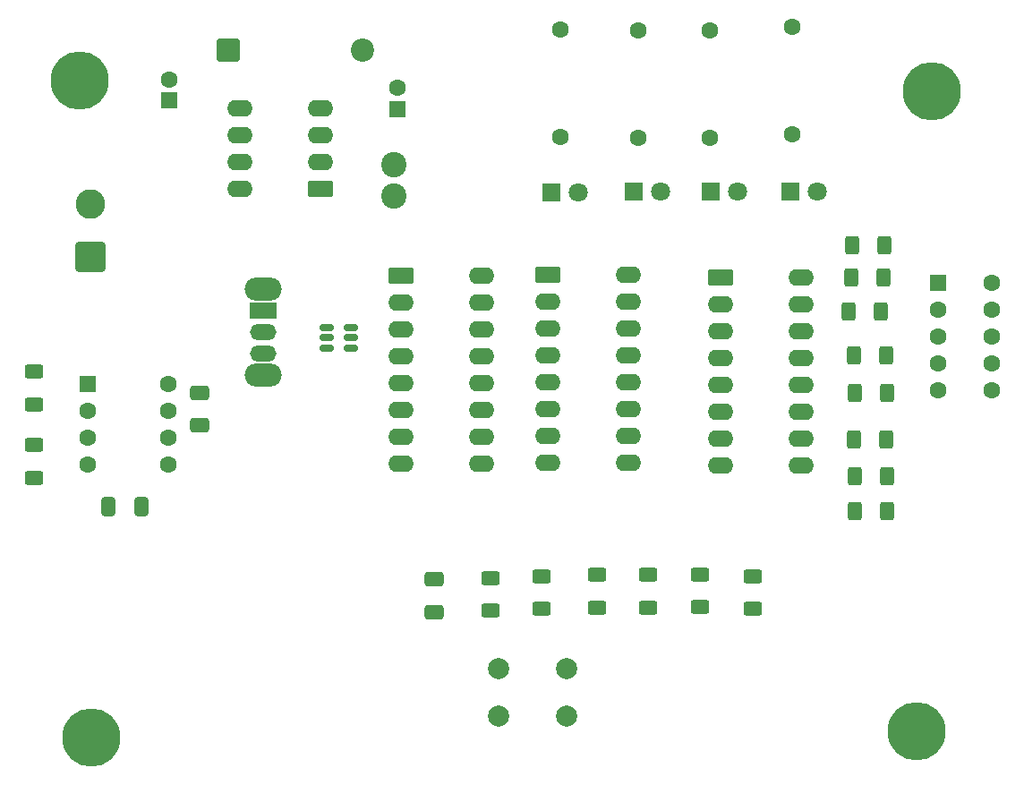
<source format=gbr>
%TF.GenerationSoftware,KiCad,Pcbnew,9.0.3*%
%TF.CreationDate,2025-12-16T11:33:00+01:00*%
%TF.ProjectId,PTP_Josip_Grgic_Project1,5054505f-4a6f-4736-9970-5f4772676963,rev?*%
%TF.SameCoordinates,Original*%
%TF.FileFunction,Soldermask,Top*%
%TF.FilePolarity,Negative*%
%FSLAX46Y46*%
G04 Gerber Fmt 4.6, Leading zero omitted, Abs format (unit mm)*
G04 Created by KiCad (PCBNEW 9.0.3) date 2025-12-16 11:33:00*
%MOMM*%
%LPD*%
G01*
G04 APERTURE LIST*
G04 Aperture macros list*
%AMRoundRect*
0 Rectangle with rounded corners*
0 $1 Rounding radius*
0 $2 $3 $4 $5 $6 $7 $8 $9 X,Y pos of 4 corners*
0 Add a 4 corners polygon primitive as box body*
4,1,4,$2,$3,$4,$5,$6,$7,$8,$9,$2,$3,0*
0 Add four circle primitives for the rounded corners*
1,1,$1+$1,$2,$3*
1,1,$1+$1,$4,$5*
1,1,$1+$1,$6,$7*
1,1,$1+$1,$8,$9*
0 Add four rect primitives between the rounded corners*
20,1,$1+$1,$2,$3,$4,$5,0*
20,1,$1+$1,$4,$5,$6,$7,0*
20,1,$1+$1,$6,$7,$8,$9,0*
20,1,$1+$1,$8,$9,$2,$3,0*%
G04 Aperture macros list end*
%ADD10C,5.500000*%
%ADD11RoundRect,0.250000X0.550000X-0.550000X0.550000X0.550000X-0.550000X0.550000X-0.550000X-0.550000X0*%
%ADD12C,1.600000*%
%ADD13RoundRect,0.250000X0.950000X0.550000X-0.950000X0.550000X-0.950000X-0.550000X0.950000X-0.550000X0*%
%ADD14O,2.400000X1.600000*%
%ADD15RoundRect,0.250000X0.650000X-0.412500X0.650000X0.412500X-0.650000X0.412500X-0.650000X-0.412500X0*%
%ADD16RoundRect,0.250000X-0.400000X-0.625000X0.400000X-0.625000X0.400000X0.625000X-0.400000X0.625000X0*%
%ADD17RoundRect,0.250000X0.625000X-0.400000X0.625000X0.400000X-0.625000X0.400000X-0.625000X-0.400000X0*%
%ADD18C,2.400000*%
%ADD19RoundRect,0.250000X-0.412500X-0.650000X0.412500X-0.650000X0.412500X0.650000X-0.412500X0.650000X0*%
%ADD20RoundRect,0.250000X-0.550000X-0.550000X0.550000X-0.550000X0.550000X0.550000X-0.550000X0.550000X0*%
%ADD21C,2.000000*%
%ADD22R,1.800000X1.800000*%
%ADD23C,1.800000*%
%ADD24RoundRect,0.250000X-0.625000X0.400000X-0.625000X-0.400000X0.625000X-0.400000X0.625000X0.400000X0*%
%ADD25RoundRect,0.250000X-0.950000X-0.550000X0.950000X-0.550000X0.950000X0.550000X-0.950000X0.550000X0*%
%ADD26RoundRect,0.150000X-0.512500X-0.150000X0.512500X-0.150000X0.512500X0.150000X-0.512500X0.150000X0*%
%ADD27R,1.600000X1.600000*%
%ADD28RoundRect,0.250001X1.149999X-1.149999X1.149999X1.149999X-1.149999X1.149999X-1.149999X-1.149999X0*%
%ADD29C,2.800000*%
%ADD30RoundRect,0.249999X-0.850001X-0.850001X0.850001X-0.850001X0.850001X0.850001X-0.850001X0.850001X0*%
%ADD31C,2.200000*%
%ADD32O,3.500000X2.200000*%
%ADD33R,2.500000X1.500000*%
%ADD34O,2.500000X1.500000*%
G04 APERTURE END LIST*
D10*
%TO.C,H2*%
X124650000Y-117650000D03*
%TD*%
D11*
%TO.C,C1*%
X132000000Y-57425000D03*
D12*
X132000000Y-55425000D03*
%TD*%
D13*
%TO.C,U1*%
X146325000Y-65775000D03*
D14*
X146325000Y-63235000D03*
X146325000Y-60695000D03*
X146325000Y-58155000D03*
X138705000Y-58155000D03*
X138705000Y-60695000D03*
X138705000Y-63235000D03*
X138705000Y-65775000D03*
%TD*%
D15*
%TO.C,C3*%
X157025000Y-105850000D03*
X157025000Y-102725000D03*
%TD*%
D16*
%TO.C,R6*%
X196725000Y-89450000D03*
X199825000Y-89450000D03*
%TD*%
D17*
%TO.C,R12*%
X187200000Y-105500000D03*
X187200000Y-102400000D03*
%TD*%
D10*
%TO.C,H3*%
X204125000Y-56575000D03*
%TD*%
D18*
%TO.C,L1*%
X153250000Y-66475000D03*
X153250000Y-63475000D03*
%TD*%
D19*
%TO.C,C4*%
X126237500Y-95800000D03*
X129362500Y-95800000D03*
%TD*%
D16*
%TO.C,R14*%
X196825000Y-96245000D03*
X199925000Y-96245000D03*
%TD*%
D17*
%TO.C,R9*%
X172450000Y-105400000D03*
X172450000Y-102300000D03*
%TD*%
D20*
%TO.C,U7*%
X124295000Y-84215000D03*
D12*
X124295000Y-86755000D03*
X124295000Y-89295000D03*
X124295000Y-91835000D03*
X131915000Y-91835000D03*
X131915000Y-89295000D03*
X131915000Y-86755000D03*
X131915000Y-84215000D03*
%TD*%
D21*
%TO.C,SW1*%
X163125000Y-111175000D03*
X169625000Y-111175000D03*
X163125000Y-115675000D03*
X169625000Y-115675000D03*
%TD*%
D22*
%TO.C,D3*%
X183225000Y-66000000D03*
D23*
X185765000Y-66000000D03*
%TD*%
D15*
%TO.C,C5*%
X134850000Y-88175000D03*
X134850000Y-85050000D03*
%TD*%
D24*
%TO.C,R7*%
X167250000Y-102425000D03*
X167250000Y-105525000D03*
%TD*%
D22*
%TO.C,D1*%
X168160000Y-66150000D03*
D23*
X170700000Y-66150000D03*
%TD*%
D12*
%TO.C,R3*%
X183150000Y-60980000D03*
X183150000Y-50820000D03*
%TD*%
D22*
%TO.C,D2*%
X175975000Y-66000000D03*
D23*
X178515000Y-66000000D03*
%TD*%
D22*
%TO.C,D5*%
X190725000Y-66000000D03*
D23*
X193265000Y-66000000D03*
%TD*%
D16*
%TO.C,R17*%
X196475000Y-74150000D03*
X199575000Y-74150000D03*
%TD*%
D17*
%TO.C,R20*%
X119175000Y-86150000D03*
X119175000Y-83050000D03*
%TD*%
D16*
%TO.C,R18*%
X196225000Y-77400000D03*
X199325000Y-77400000D03*
%TD*%
D25*
%TO.C,U3*%
X167830000Y-73895000D03*
D14*
X167830000Y-76435000D03*
X167830000Y-78975000D03*
X167830000Y-81515000D03*
X167830000Y-84055000D03*
X167830000Y-86595000D03*
X167830000Y-89135000D03*
X167830000Y-91675000D03*
X175450000Y-91675000D03*
X175450000Y-89135000D03*
X175450000Y-86595000D03*
X175450000Y-84055000D03*
X175450000Y-81515000D03*
X175450000Y-78975000D03*
X175450000Y-76435000D03*
X175450000Y-73895000D03*
%TD*%
D26*
%TO.C,U6*%
X146912500Y-78925000D03*
X146912500Y-79875000D03*
X146912500Y-80825000D03*
X149187500Y-80825000D03*
X149187500Y-79875000D03*
X149187500Y-78925000D03*
%TD*%
D17*
%TO.C,R10*%
X177300000Y-105400000D03*
X177300000Y-102300000D03*
%TD*%
D16*
%TO.C,R5*%
X196825000Y-85095000D03*
X199925000Y-85095000D03*
%TD*%
D17*
%TO.C,R13*%
X162375000Y-105675000D03*
X162375000Y-102575000D03*
%TD*%
D10*
%TO.C,H1*%
X123500000Y-55500000D03*
%TD*%
D25*
%TO.C,U4*%
X184190000Y-74135000D03*
D14*
X184190000Y-76675000D03*
X184190000Y-79215000D03*
X184190000Y-81755000D03*
X184190000Y-84295000D03*
X184190000Y-86835000D03*
X184190000Y-89375000D03*
X184190000Y-91915000D03*
X191810000Y-91915000D03*
X191810000Y-89375000D03*
X191810000Y-86835000D03*
X191810000Y-84295000D03*
X191810000Y-81755000D03*
X191810000Y-79215000D03*
X191810000Y-76675000D03*
X191810000Y-74135000D03*
%TD*%
D12*
%TO.C,R4*%
X190900000Y-60630000D03*
X190900000Y-50470000D03*
%TD*%
D16*
%TO.C,R8*%
X196825000Y-92995000D03*
X199925000Y-92995000D03*
%TD*%
%TO.C,R16*%
X196725000Y-81520000D03*
X199825000Y-81520000D03*
%TD*%
%TO.C,R15*%
X196575000Y-71125000D03*
X199675000Y-71125000D03*
%TD*%
D12*
%TO.C,R1*%
X169025000Y-60855000D03*
X169025000Y-50695000D03*
%TD*%
D27*
%TO.C,U5*%
X204682500Y-74632500D03*
D12*
X204682500Y-77172500D03*
X204682500Y-79712500D03*
X204682500Y-82252500D03*
X204682500Y-84792500D03*
X209762500Y-84792500D03*
X209762500Y-82252500D03*
X209762500Y-79712500D03*
X209762500Y-77172500D03*
X209762500Y-74632500D03*
%TD*%
%TO.C,R2*%
X176325000Y-60980000D03*
X176325000Y-50820000D03*
%TD*%
D28*
%TO.C,J1*%
X124542500Y-72200000D03*
D29*
X124542500Y-67200000D03*
%TD*%
D25*
%TO.C,U2*%
X153915000Y-74010000D03*
D14*
X153915000Y-76550000D03*
X153915000Y-79090000D03*
X153915000Y-81630000D03*
X153915000Y-84170000D03*
X153915000Y-86710000D03*
X153915000Y-89250000D03*
X153915000Y-91790000D03*
X161535000Y-91790000D03*
X161535000Y-89250000D03*
X161535000Y-86710000D03*
X161535000Y-84170000D03*
X161535000Y-81630000D03*
X161535000Y-79090000D03*
X161535000Y-76550000D03*
X161535000Y-74010000D03*
%TD*%
D17*
%TO.C,R11*%
X182225000Y-105350000D03*
X182225000Y-102250000D03*
%TD*%
D11*
%TO.C,C2*%
X153550000Y-58225000D03*
D12*
X153550000Y-56225000D03*
%TD*%
D30*
%TO.C,D4*%
X137600000Y-52650000D03*
D31*
X150300000Y-52650000D03*
%TD*%
D10*
%TO.C,H4*%
X202650000Y-117100000D03*
%TD*%
D17*
%TO.C,R19*%
X119175000Y-93100000D03*
X119175000Y-90000000D03*
%TD*%
D32*
%TO.C,SW2*%
X140850000Y-75225000D03*
X140850000Y-83425000D03*
D33*
X140850000Y-77325000D03*
D34*
X140850000Y-79325000D03*
X140850000Y-81325000D03*
%TD*%
M02*

</source>
